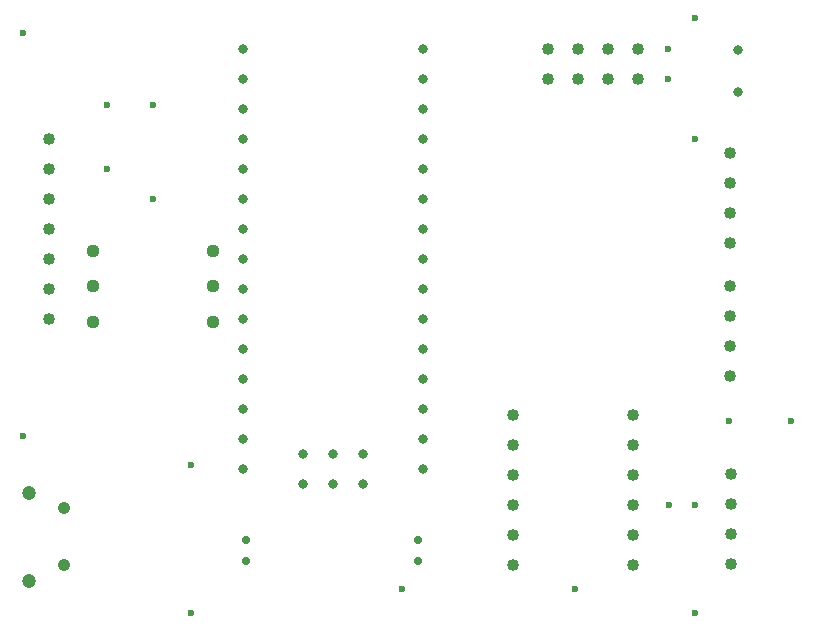
<source format=gbr>
%
M48
M72
T01C0.0236
T02C0.0280
T03C0.0315
T04C0.0320
T05C0.0400
T06C0.0413
T07C0.0440
T08C0.0472
%
T01
X6580Y1167
X6580Y6127
X980Y7087
X5300Y14980
X3780Y15967
X3780Y18127
X5300Y18127
X980Y20527
X22481Y19987
X23380Y21007
X22481Y18987
X23391Y16987
X24500Y7567
X26580Y7567
X23380Y4767
X22500Y4767
X19380Y1967
X23380Y1167
X13620Y1967
T02
X14160Y2917
X14160Y3617
X8400Y3617
X8400Y2917
T03
X10300Y5487
X11300Y5487
X12300Y5487
X12300Y6487
X11300Y6487
X10300Y6487
X8300Y5987
X8300Y6987
X8300Y7987
X8300Y8987
X8300Y9987
X8300Y10987
X8300Y11987
X8300Y12987
X8300Y13987
X8300Y14987
X8300Y15987
X8300Y16987
X8300Y17987
X8300Y18987
X8300Y19987
X14300Y19987
X14300Y18987
X14300Y17987
X14300Y16987
X14300Y15987
X14300Y14987
X14300Y13987
X14300Y12987
X14300Y11987
X14300Y10987
X14300Y9987
X14300Y8987
X14300Y7987
X14300Y6987
X14300Y5987
T04
X24820Y18547
X24820Y19947
T05
X21481Y19987
X20481Y19987
X19481Y19987
X18481Y19987
X18481Y18987
X19481Y18987
X20481Y18987
X21481Y18987
X24561Y16523
X24561Y15523
X24561Y14523
X24561Y13523
X24537Y12066
X24537Y11066
X24537Y10066
X24537Y9066
X21320Y7787
X21320Y6787
X21320Y5787
X21320Y4787
X21320Y3787
X21320Y2787
X24580Y2807
X24580Y3807
X24580Y4807
X24580Y5807
X17320Y5787
X17320Y4787
X17320Y3787
X17320Y2787
X17320Y6787
X17320Y7787
X1834Y10972
X1834Y11972
X1834Y12972
X1834Y13972
X1834Y14972
X1834Y15972
X1834Y16972
T06
X2362Y4682
X2362Y2772
T07
X3322Y10884
X3320Y12067
X3305Y13250
X7305Y13250
X7320Y12067
X7322Y10884
T08
X1169Y2261
X1169Y5194
M30

</source>
